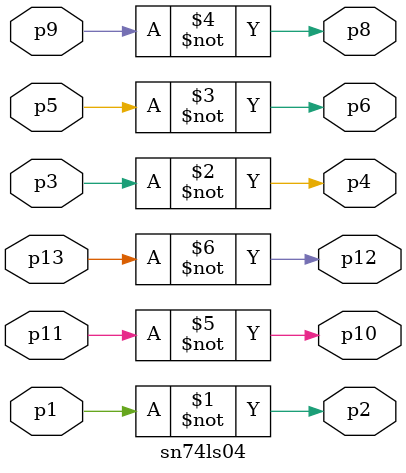
<source format=v>
module sn74ls04
  (
   output p2,
   output p4,
   output p6,
   output p8,
   output p10,
   output p12,

   input  p1,
   input  p3,
   input  p5,
   input  p9,
   input  p11,
   input  p13
   );

    // NOT
    assign p2 = ~p1;
    assign p4 = ~p3;
    assign p6 = ~p5;
    assign p8 = ~p9;
    assign p10 = ~p11;
    assign p12 = ~p13;

endmodule // sn74ls04

</source>
